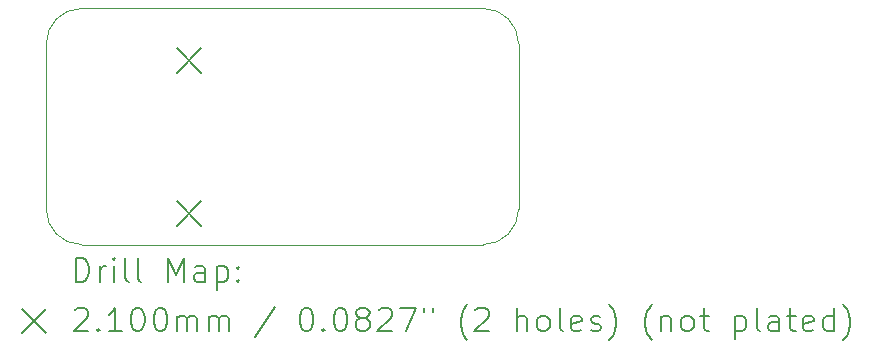
<source format=gbr>
%FSLAX45Y45*%
G04 Gerber Fmt 4.5, Leading zero omitted, Abs format (unit mm)*
G04 Created by KiCad (PCBNEW (6.0.0-0)) date 2022-11-25 09:41:26*
%MOMM*%
%LPD*%
G01*
G04 APERTURE LIST*
%TA.AperFunction,Profile*%
%ADD10C,0.100000*%
%TD*%
%ADD11C,0.200000*%
%ADD12C,0.210000*%
G04 APERTURE END LIST*
D10*
X12300000Y-8000000D02*
X15700000Y-8000000D01*
X12000000Y-9700000D02*
X12000000Y-8300000D01*
X15700000Y-10000000D02*
G75*
G03*
X16000000Y-9700000I0J300000D01*
G01*
X12000000Y-9700000D02*
G75*
G03*
X12300000Y-10000000I300000J0D01*
G01*
X16000000Y-8300000D02*
X16000000Y-9700000D01*
X15700000Y-10000000D02*
X12300000Y-10000000D01*
X12300000Y-8000000D02*
G75*
G03*
X12000000Y-8300000I0J-300000D01*
G01*
X16000000Y-8300000D02*
G75*
G03*
X15700000Y-8000000I-300000J0D01*
G01*
D11*
D12*
X13105000Y-8335000D02*
X13315000Y-8545000D01*
X13315000Y-8335000D02*
X13105000Y-8545000D01*
X13105000Y-9635000D02*
X13315000Y-9845000D01*
X13315000Y-9635000D02*
X13105000Y-9845000D01*
D11*
X12252619Y-10315476D02*
X12252619Y-10115476D01*
X12300238Y-10115476D01*
X12328809Y-10125000D01*
X12347857Y-10144048D01*
X12357381Y-10163095D01*
X12366905Y-10201190D01*
X12366905Y-10229762D01*
X12357381Y-10267857D01*
X12347857Y-10286905D01*
X12328809Y-10305952D01*
X12300238Y-10315476D01*
X12252619Y-10315476D01*
X12452619Y-10315476D02*
X12452619Y-10182143D01*
X12452619Y-10220238D02*
X12462143Y-10201190D01*
X12471667Y-10191667D01*
X12490714Y-10182143D01*
X12509762Y-10182143D01*
X12576428Y-10315476D02*
X12576428Y-10182143D01*
X12576428Y-10115476D02*
X12566905Y-10125000D01*
X12576428Y-10134524D01*
X12585952Y-10125000D01*
X12576428Y-10115476D01*
X12576428Y-10134524D01*
X12700238Y-10315476D02*
X12681190Y-10305952D01*
X12671667Y-10286905D01*
X12671667Y-10115476D01*
X12805000Y-10315476D02*
X12785952Y-10305952D01*
X12776428Y-10286905D01*
X12776428Y-10115476D01*
X13033571Y-10315476D02*
X13033571Y-10115476D01*
X13100238Y-10258333D01*
X13166905Y-10115476D01*
X13166905Y-10315476D01*
X13347857Y-10315476D02*
X13347857Y-10210714D01*
X13338333Y-10191667D01*
X13319286Y-10182143D01*
X13281190Y-10182143D01*
X13262143Y-10191667D01*
X13347857Y-10305952D02*
X13328809Y-10315476D01*
X13281190Y-10315476D01*
X13262143Y-10305952D01*
X13252619Y-10286905D01*
X13252619Y-10267857D01*
X13262143Y-10248810D01*
X13281190Y-10239286D01*
X13328809Y-10239286D01*
X13347857Y-10229762D01*
X13443095Y-10182143D02*
X13443095Y-10382143D01*
X13443095Y-10191667D02*
X13462143Y-10182143D01*
X13500238Y-10182143D01*
X13519286Y-10191667D01*
X13528809Y-10201190D01*
X13538333Y-10220238D01*
X13538333Y-10277381D01*
X13528809Y-10296429D01*
X13519286Y-10305952D01*
X13500238Y-10315476D01*
X13462143Y-10315476D01*
X13443095Y-10305952D01*
X13624048Y-10296429D02*
X13633571Y-10305952D01*
X13624048Y-10315476D01*
X13614524Y-10305952D01*
X13624048Y-10296429D01*
X13624048Y-10315476D01*
X13624048Y-10191667D02*
X13633571Y-10201190D01*
X13624048Y-10210714D01*
X13614524Y-10201190D01*
X13624048Y-10191667D01*
X13624048Y-10210714D01*
X11795000Y-10545000D02*
X11995000Y-10745000D01*
X11995000Y-10545000D02*
X11795000Y-10745000D01*
X12243095Y-10554524D02*
X12252619Y-10545000D01*
X12271667Y-10535476D01*
X12319286Y-10535476D01*
X12338333Y-10545000D01*
X12347857Y-10554524D01*
X12357381Y-10573571D01*
X12357381Y-10592619D01*
X12347857Y-10621190D01*
X12233571Y-10735476D01*
X12357381Y-10735476D01*
X12443095Y-10716429D02*
X12452619Y-10725952D01*
X12443095Y-10735476D01*
X12433571Y-10725952D01*
X12443095Y-10716429D01*
X12443095Y-10735476D01*
X12643095Y-10735476D02*
X12528809Y-10735476D01*
X12585952Y-10735476D02*
X12585952Y-10535476D01*
X12566905Y-10564048D01*
X12547857Y-10583095D01*
X12528809Y-10592619D01*
X12766905Y-10535476D02*
X12785952Y-10535476D01*
X12805000Y-10545000D01*
X12814524Y-10554524D01*
X12824048Y-10573571D01*
X12833571Y-10611667D01*
X12833571Y-10659286D01*
X12824048Y-10697381D01*
X12814524Y-10716429D01*
X12805000Y-10725952D01*
X12785952Y-10735476D01*
X12766905Y-10735476D01*
X12747857Y-10725952D01*
X12738333Y-10716429D01*
X12728809Y-10697381D01*
X12719286Y-10659286D01*
X12719286Y-10611667D01*
X12728809Y-10573571D01*
X12738333Y-10554524D01*
X12747857Y-10545000D01*
X12766905Y-10535476D01*
X12957381Y-10535476D02*
X12976428Y-10535476D01*
X12995476Y-10545000D01*
X13005000Y-10554524D01*
X13014524Y-10573571D01*
X13024048Y-10611667D01*
X13024048Y-10659286D01*
X13014524Y-10697381D01*
X13005000Y-10716429D01*
X12995476Y-10725952D01*
X12976428Y-10735476D01*
X12957381Y-10735476D01*
X12938333Y-10725952D01*
X12928809Y-10716429D01*
X12919286Y-10697381D01*
X12909762Y-10659286D01*
X12909762Y-10611667D01*
X12919286Y-10573571D01*
X12928809Y-10554524D01*
X12938333Y-10545000D01*
X12957381Y-10535476D01*
X13109762Y-10735476D02*
X13109762Y-10602143D01*
X13109762Y-10621190D02*
X13119286Y-10611667D01*
X13138333Y-10602143D01*
X13166905Y-10602143D01*
X13185952Y-10611667D01*
X13195476Y-10630714D01*
X13195476Y-10735476D01*
X13195476Y-10630714D02*
X13205000Y-10611667D01*
X13224048Y-10602143D01*
X13252619Y-10602143D01*
X13271667Y-10611667D01*
X13281190Y-10630714D01*
X13281190Y-10735476D01*
X13376428Y-10735476D02*
X13376428Y-10602143D01*
X13376428Y-10621190D02*
X13385952Y-10611667D01*
X13405000Y-10602143D01*
X13433571Y-10602143D01*
X13452619Y-10611667D01*
X13462143Y-10630714D01*
X13462143Y-10735476D01*
X13462143Y-10630714D02*
X13471667Y-10611667D01*
X13490714Y-10602143D01*
X13519286Y-10602143D01*
X13538333Y-10611667D01*
X13547857Y-10630714D01*
X13547857Y-10735476D01*
X13938333Y-10525952D02*
X13766905Y-10783095D01*
X14195476Y-10535476D02*
X14214524Y-10535476D01*
X14233571Y-10545000D01*
X14243095Y-10554524D01*
X14252619Y-10573571D01*
X14262143Y-10611667D01*
X14262143Y-10659286D01*
X14252619Y-10697381D01*
X14243095Y-10716429D01*
X14233571Y-10725952D01*
X14214524Y-10735476D01*
X14195476Y-10735476D01*
X14176428Y-10725952D01*
X14166905Y-10716429D01*
X14157381Y-10697381D01*
X14147857Y-10659286D01*
X14147857Y-10611667D01*
X14157381Y-10573571D01*
X14166905Y-10554524D01*
X14176428Y-10545000D01*
X14195476Y-10535476D01*
X14347857Y-10716429D02*
X14357381Y-10725952D01*
X14347857Y-10735476D01*
X14338333Y-10725952D01*
X14347857Y-10716429D01*
X14347857Y-10735476D01*
X14481190Y-10535476D02*
X14500238Y-10535476D01*
X14519286Y-10545000D01*
X14528809Y-10554524D01*
X14538333Y-10573571D01*
X14547857Y-10611667D01*
X14547857Y-10659286D01*
X14538333Y-10697381D01*
X14528809Y-10716429D01*
X14519286Y-10725952D01*
X14500238Y-10735476D01*
X14481190Y-10735476D01*
X14462143Y-10725952D01*
X14452619Y-10716429D01*
X14443095Y-10697381D01*
X14433571Y-10659286D01*
X14433571Y-10611667D01*
X14443095Y-10573571D01*
X14452619Y-10554524D01*
X14462143Y-10545000D01*
X14481190Y-10535476D01*
X14662143Y-10621190D02*
X14643095Y-10611667D01*
X14633571Y-10602143D01*
X14624048Y-10583095D01*
X14624048Y-10573571D01*
X14633571Y-10554524D01*
X14643095Y-10545000D01*
X14662143Y-10535476D01*
X14700238Y-10535476D01*
X14719286Y-10545000D01*
X14728809Y-10554524D01*
X14738333Y-10573571D01*
X14738333Y-10583095D01*
X14728809Y-10602143D01*
X14719286Y-10611667D01*
X14700238Y-10621190D01*
X14662143Y-10621190D01*
X14643095Y-10630714D01*
X14633571Y-10640238D01*
X14624048Y-10659286D01*
X14624048Y-10697381D01*
X14633571Y-10716429D01*
X14643095Y-10725952D01*
X14662143Y-10735476D01*
X14700238Y-10735476D01*
X14719286Y-10725952D01*
X14728809Y-10716429D01*
X14738333Y-10697381D01*
X14738333Y-10659286D01*
X14728809Y-10640238D01*
X14719286Y-10630714D01*
X14700238Y-10621190D01*
X14814524Y-10554524D02*
X14824048Y-10545000D01*
X14843095Y-10535476D01*
X14890714Y-10535476D01*
X14909762Y-10545000D01*
X14919286Y-10554524D01*
X14928809Y-10573571D01*
X14928809Y-10592619D01*
X14919286Y-10621190D01*
X14805000Y-10735476D01*
X14928809Y-10735476D01*
X14995476Y-10535476D02*
X15128809Y-10535476D01*
X15043095Y-10735476D01*
X15195476Y-10535476D02*
X15195476Y-10573571D01*
X15271667Y-10535476D02*
X15271667Y-10573571D01*
X15566905Y-10811667D02*
X15557381Y-10802143D01*
X15538333Y-10773571D01*
X15528809Y-10754524D01*
X15519286Y-10725952D01*
X15509762Y-10678333D01*
X15509762Y-10640238D01*
X15519286Y-10592619D01*
X15528809Y-10564048D01*
X15538333Y-10545000D01*
X15557381Y-10516429D01*
X15566905Y-10506905D01*
X15633571Y-10554524D02*
X15643095Y-10545000D01*
X15662143Y-10535476D01*
X15709762Y-10535476D01*
X15728809Y-10545000D01*
X15738333Y-10554524D01*
X15747857Y-10573571D01*
X15747857Y-10592619D01*
X15738333Y-10621190D01*
X15624048Y-10735476D01*
X15747857Y-10735476D01*
X15985952Y-10735476D02*
X15985952Y-10535476D01*
X16071667Y-10735476D02*
X16071667Y-10630714D01*
X16062143Y-10611667D01*
X16043095Y-10602143D01*
X16014524Y-10602143D01*
X15995476Y-10611667D01*
X15985952Y-10621190D01*
X16195476Y-10735476D02*
X16176428Y-10725952D01*
X16166905Y-10716429D01*
X16157381Y-10697381D01*
X16157381Y-10640238D01*
X16166905Y-10621190D01*
X16176428Y-10611667D01*
X16195476Y-10602143D01*
X16224048Y-10602143D01*
X16243095Y-10611667D01*
X16252619Y-10621190D01*
X16262143Y-10640238D01*
X16262143Y-10697381D01*
X16252619Y-10716429D01*
X16243095Y-10725952D01*
X16224048Y-10735476D01*
X16195476Y-10735476D01*
X16376428Y-10735476D02*
X16357381Y-10725952D01*
X16347857Y-10706905D01*
X16347857Y-10535476D01*
X16528809Y-10725952D02*
X16509762Y-10735476D01*
X16471667Y-10735476D01*
X16452619Y-10725952D01*
X16443095Y-10706905D01*
X16443095Y-10630714D01*
X16452619Y-10611667D01*
X16471667Y-10602143D01*
X16509762Y-10602143D01*
X16528809Y-10611667D01*
X16538333Y-10630714D01*
X16538333Y-10649762D01*
X16443095Y-10668810D01*
X16614524Y-10725952D02*
X16633571Y-10735476D01*
X16671667Y-10735476D01*
X16690714Y-10725952D01*
X16700238Y-10706905D01*
X16700238Y-10697381D01*
X16690714Y-10678333D01*
X16671667Y-10668810D01*
X16643095Y-10668810D01*
X16624048Y-10659286D01*
X16614524Y-10640238D01*
X16614524Y-10630714D01*
X16624048Y-10611667D01*
X16643095Y-10602143D01*
X16671667Y-10602143D01*
X16690714Y-10611667D01*
X16766905Y-10811667D02*
X16776428Y-10802143D01*
X16795476Y-10773571D01*
X16805000Y-10754524D01*
X16814524Y-10725952D01*
X16824048Y-10678333D01*
X16824048Y-10640238D01*
X16814524Y-10592619D01*
X16805000Y-10564048D01*
X16795476Y-10545000D01*
X16776428Y-10516429D01*
X16766905Y-10506905D01*
X17128810Y-10811667D02*
X17119286Y-10802143D01*
X17100238Y-10773571D01*
X17090714Y-10754524D01*
X17081190Y-10725952D01*
X17071667Y-10678333D01*
X17071667Y-10640238D01*
X17081190Y-10592619D01*
X17090714Y-10564048D01*
X17100238Y-10545000D01*
X17119286Y-10516429D01*
X17128810Y-10506905D01*
X17205000Y-10602143D02*
X17205000Y-10735476D01*
X17205000Y-10621190D02*
X17214524Y-10611667D01*
X17233571Y-10602143D01*
X17262143Y-10602143D01*
X17281190Y-10611667D01*
X17290714Y-10630714D01*
X17290714Y-10735476D01*
X17414524Y-10735476D02*
X17395476Y-10725952D01*
X17385952Y-10716429D01*
X17376429Y-10697381D01*
X17376429Y-10640238D01*
X17385952Y-10621190D01*
X17395476Y-10611667D01*
X17414524Y-10602143D01*
X17443095Y-10602143D01*
X17462143Y-10611667D01*
X17471667Y-10621190D01*
X17481190Y-10640238D01*
X17481190Y-10697381D01*
X17471667Y-10716429D01*
X17462143Y-10725952D01*
X17443095Y-10735476D01*
X17414524Y-10735476D01*
X17538333Y-10602143D02*
X17614524Y-10602143D01*
X17566905Y-10535476D02*
X17566905Y-10706905D01*
X17576429Y-10725952D01*
X17595476Y-10735476D01*
X17614524Y-10735476D01*
X17833571Y-10602143D02*
X17833571Y-10802143D01*
X17833571Y-10611667D02*
X17852619Y-10602143D01*
X17890714Y-10602143D01*
X17909762Y-10611667D01*
X17919286Y-10621190D01*
X17928810Y-10640238D01*
X17928810Y-10697381D01*
X17919286Y-10716429D01*
X17909762Y-10725952D01*
X17890714Y-10735476D01*
X17852619Y-10735476D01*
X17833571Y-10725952D01*
X18043095Y-10735476D02*
X18024048Y-10725952D01*
X18014524Y-10706905D01*
X18014524Y-10535476D01*
X18205000Y-10735476D02*
X18205000Y-10630714D01*
X18195476Y-10611667D01*
X18176429Y-10602143D01*
X18138333Y-10602143D01*
X18119286Y-10611667D01*
X18205000Y-10725952D02*
X18185952Y-10735476D01*
X18138333Y-10735476D01*
X18119286Y-10725952D01*
X18109762Y-10706905D01*
X18109762Y-10687857D01*
X18119286Y-10668810D01*
X18138333Y-10659286D01*
X18185952Y-10659286D01*
X18205000Y-10649762D01*
X18271667Y-10602143D02*
X18347857Y-10602143D01*
X18300238Y-10535476D02*
X18300238Y-10706905D01*
X18309762Y-10725952D01*
X18328810Y-10735476D01*
X18347857Y-10735476D01*
X18490714Y-10725952D02*
X18471667Y-10735476D01*
X18433571Y-10735476D01*
X18414524Y-10725952D01*
X18405000Y-10706905D01*
X18405000Y-10630714D01*
X18414524Y-10611667D01*
X18433571Y-10602143D01*
X18471667Y-10602143D01*
X18490714Y-10611667D01*
X18500238Y-10630714D01*
X18500238Y-10649762D01*
X18405000Y-10668810D01*
X18671667Y-10735476D02*
X18671667Y-10535476D01*
X18671667Y-10725952D02*
X18652619Y-10735476D01*
X18614524Y-10735476D01*
X18595476Y-10725952D01*
X18585952Y-10716429D01*
X18576429Y-10697381D01*
X18576429Y-10640238D01*
X18585952Y-10621190D01*
X18595476Y-10611667D01*
X18614524Y-10602143D01*
X18652619Y-10602143D01*
X18671667Y-10611667D01*
X18747857Y-10811667D02*
X18757381Y-10802143D01*
X18776429Y-10773571D01*
X18785952Y-10754524D01*
X18795476Y-10725952D01*
X18805000Y-10678333D01*
X18805000Y-10640238D01*
X18795476Y-10592619D01*
X18785952Y-10564048D01*
X18776429Y-10545000D01*
X18757381Y-10516429D01*
X18747857Y-10506905D01*
M02*

</source>
